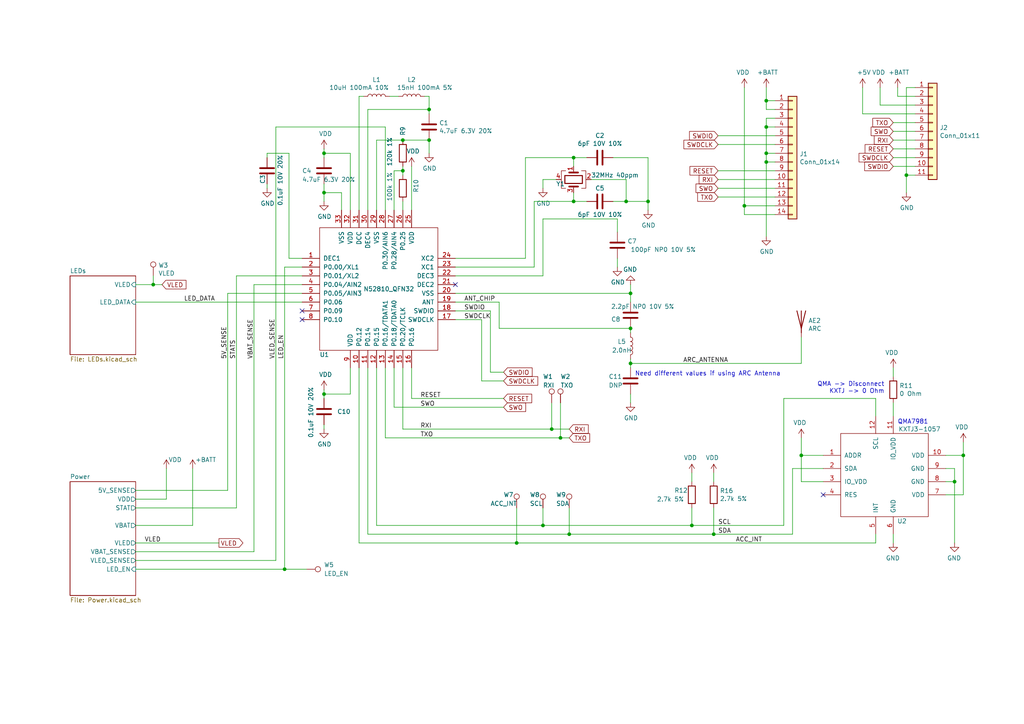
<source format=kicad_sch>
(kicad_sch (version 20211123) (generator eeschema)
  (paper "A4")
  (title_block (title "Pixels D20 Schematic, Main") (date "2021-06-23") (rev "2") (company "Systemic Games, LLC"))
  (lib_symbols
    (symbol "Connector_Generic:Conn_01x11" (pin_names (offset 1.016) hide)
      (property "Reference" "J" (at 0 15.24 0))
      (property "Value" "Conn_01x11" (at 0 -15.24 0))
      (symbol "Conn_01x11_1_1"
        (rectangle (start -1.27 -12.573) (end 0 -12.827) (stroke (width 0.1524)))
        (rectangle (start -1.27 -10.033) (end 0 -10.287) (stroke (width 0.1524)))
        (rectangle (start -1.27 -7.493) (end 0 -7.747) (stroke (width 0.1524)))
        (rectangle (start -1.27 -4.953) (end 0 -5.207) (stroke (width 0.1524)))
        (rectangle (start -1.27 -2.413) (end 0 -2.667) (stroke (width 0.1524)))
        (rectangle (start -1.27 0.127) (end 0 -0.127) (stroke (width 0.1524)))
        (rectangle (start -1.27 2.667) (end 0 2.413) (stroke (width 0.1524)))
        (rectangle (start -1.27 5.207) (end 0 4.953) (stroke (width 0.1524)))
        (rectangle (start -1.27 7.747) (end 0 7.493) (stroke (width 0.1524)))
        (rectangle (start -1.27 10.287) (end 0 10.033) (stroke (width 0.1524)))
        (rectangle (start -1.27 12.827) (end 0 12.573) (stroke (width 0.1524)))
        (rectangle (start -1.27 13.97) (end 1.27 -13.97) (stroke (width 0.254)) (fill (type background)))
        (pin passive line (at -5.08 12.7 0) (length 3.81) (name "Pin_1") (number "1"))
        (pin passive line (at -5.08 -10.16 0) (length 3.81) (name "Pin_10") (number "10"))
        (pin passive line (at -5.08 -12.7 0) (length 3.81) (name "Pin_11") (number "11"))
        (pin passive line (at -5.08 10.16 0) (length 3.81) (name "Pin_2") (number "2"))
        (pin passive line (at -5.08 7.62 0) (length 3.81) (name "Pin_3") (number "3"))
        (pin passive line (at -5.08 5.08 0) (length 3.81) (name "Pin_4") (number "4"))
        (pin passive line (at -5.08 2.54 0) (length 3.81) (name "Pin_5") (number "5"))
        (pin passive line (at -5.08 0 0) (length 3.81) (name "Pin_6") (number "6"))
        (pin passive line (at -5.08 -2.54 0) (length 3.81) (name "Pin_7") (number "7"))
        (pin passive line (at -5.08 -5.08 0) (length 3.81) (name "Pin_8") (number "8"))
        (pin passive line (at -5.08 -7.62 0) (length 3.81) (name "Pin_9") (number "9"))
      )
    )
    (symbol "Connector_Generic:Conn_01x14" (pin_names (offset 1.016) hide)
      (property "Reference" "J" (at 0 17.78 0))
      (property "Value" "Conn_01x14" (at 0 -20.32 0))
      (symbol "Conn_01x14_1_1"
        (rectangle (start -1.27 -17.653) (end 0 -17.907) (stroke (width 0.1524)))
        (rectangle (start -1.27 -15.113) (end 0 -15.367) (stroke (width 0.1524)))
        (rectangle (start -1.27 -12.573) (end 0 -12.827) (stroke (width 0.1524)))
        (rectangle (start -1.27 -10.033) (end 0 -10.287) (stroke (width 0.1524)))
        (rectangle (start -1.27 -7.493) (end 0 -7.747) (stroke (width 0.1524)))
        (rectangle (start -1.27 -4.953) (end 0 -5.207) (stroke (width 0.1524)))
        (rectangle (start -1.27 -2.413) (end 0 -2.667) (stroke (width 0.1524)))
        (rectangle (start -1.27 0.127) (end 0 -0.127) (stroke (width 0.1524)))
        (rectangle (start -1.27 2.667) (end 0 2.413) (stroke (width 0.1524)))
        (rectangle (start -1.27 5.207) (end 0 4.953) (stroke (width 0.1524)))
        (rectangle (start -1.27 7.747) (end 0 7.493) (stroke (width 0.1524)))
        (rectangle (start -1.27 10.287) (end 0 10.033) (stroke (width 0.1524)))
        (rectangle (start -1.27 12.827) (end 0 12.573) (stroke (width 0.1524)))
        (rectangle (start -1.27 15.367) (end 0 15.113) (stroke (width 0.1524)))
        (rectangle (start -1.27 16.51) (end 1.27 -19.05) (stroke (width 0.254)) (fill (type background)))
        (pin passive line (at -5.08 15.24 0) (length 3.81) (name "Pin_1") (number "1"))
        (pin passive line (at -5.08 -7.62 0) (length 3.81) (name "Pin_10") (number "10"))
        (pin passive line (at -5.08 -10.16 0) (length 3.81) (name "Pin_11") (number "11"))
        (pin passive line (at -5.08 -12.7 0) (length 3.81) (name "Pin_12") (number "12"))
        (pin passive line (at -5.08 -15.24 0) (length 3.81) (name "Pin_13") (number "13"))
        (pin passive line (at -5.08 -17.78 0) (length 3.81) (name "Pin_14") (number "14"))
        (pin passive line (at -5.08 12.7 0) (length 3.81) (name "Pin_2") (number "2"))
        (pin passive line (at -5.08 10.16 0) (length 3.81) (name "Pin_3") (number "3"))
        (pin passive line (at -5.08 7.62 0) (length 3.81) (name "Pin_4") (number "4"))
        (pin passive line (at -5.08 5.08 0) (length 3.81) (name "Pin_5") (number "5"))
        (pin passive line (at -5.08 2.54 0) (length 3.81) (name "Pin_6") (number "6"))
        (pin passive line (at -5.08 0 0) (length 3.81) (name "Pin_7") (number "7"))
        (pin passive line (at -5.08 -2.54 0) (length 3.81) (name "Pin_8") (number "8"))
        (pin passive line (at -5.08 -5.08 0) (length 3.81) (name "Pin_9") (number "9"))
      )
    )
    (symbol "Device:Antenna" (pin_numbers hide) (pin_names (offset 1.016) hide)
      (property "Reference" "AE" (at -1.905 1.905 0))
      (property "Value" "Antenna" (at -1.905 0 0))
      (symbol "Antenna_0_1"
        (polyline (pts (xy 0 2.54) (xy 0 -3.81)) (stroke (width 0.254)))
        (polyline (pts (xy 1.27 2.54) (xy 0 -2.54) (xy -1.27 2.54)) (stroke (width 0.254)))
      )
      (symbol "Antenna_1_1"
        (pin input line (at 0 -5.08 90) (length 2.54) (name "A") (number "1"))
      )
    )
    (symbol "Device:C" (pin_numbers hide) (pin_names (offset 0.254))
      (property "Reference" "C" (at 0.635 2.54 0))
      (property "Value" "C" (at 0.635 -2.54 0))
      (symbol "C_0_1"
        (polyline (pts (xy -2.032 -0.762) (xy 2.032 -0.762)) (stroke (width 0.508)))
        (polyline (pts (xy -2.032 0.762) (xy 2.032 0.762)) (stroke (width 0.508)))
      )
      (symbol "C_1_1"
        (pin passive line (at 0 3.81 270) (length 2.794) (name "~") (number "1"))
        (pin passive line (at 0 -3.81 90) (length 2.794) (name "~") (number "2"))
      )
    )
    (symbol "Device:Crystal_GND24" (pin_names (offset 1.016) hide)
      (property "Reference" "Y" (at 3.175 5.08 0))
      (property "Value" "Crystal_GND24" (at 3.175 3.175 0))
      (symbol "Crystal_GND24_0_1"
        (rectangle (start -1.143 2.54) (end 1.143 -2.54) (stroke (width 0.3048)))
        (polyline (pts (xy -2.54 0) (xy -2.032 0)))
        (polyline (pts (xy -2.032 -1.27) (xy -2.032 1.27)) (stroke (width 0.508)))
        (polyline (pts (xy 0 -3.81) (xy 0 -3.556)))
        (polyline (pts (xy 0 3.556) (xy 0 3.81)))
        (polyline (pts (xy 2.032 -1.27) (xy 2.032 1.27)) (stroke (width 0.508)))
        (polyline (pts (xy 2.032 0) (xy 2.54 0)))
        (polyline (pts (xy -2.54 -2.286) (xy -2.54 -3.556) (xy 2.54 -3.556) (xy 2.54 -2.286)))
        (polyline (pts (xy -2.54 2.286) (xy -2.54 3.556) (xy 2.54 3.556) (xy 2.54 2.286)))
      )
      (symbol "Crystal_GND24_1_1"
        (pin passive line (at -3.81 0 0) (length 1.27) (name "1") (number "1"))
        (pin passive line (at 0 5.08 270) (length 1.27) (name "2") (number "2"))
        (pin passive line (at 3.81 0 180) (length 1.27) (name "3") (number "3"))
        (pin passive line (at 0 -5.08 90) (length 1.27) (name "4") (number "4"))
      )
    )
    (symbol "Device:L" (pin_numbers hide) (pin_names (offset 1.016) hide)
      (property "Reference" "L" (at -1.27 0 90))
      (property "Value" "L" (at 1.905 0 90))
      (symbol "L_0_1"
        (arc (start 0 -2.54) (mid 0.635 -1.905) (end 0 -1.27))
        (arc (start 0 -1.27) (mid 0.635 -0.635) (end 0 0))
        (arc (start 0 0) (mid 0.635 0.635) (end 0 1.27))
        (arc (start 0 1.27) (mid 0.635 1.905) (end 0 2.54))
      )
      (symbol "L_1_1"
        (pin passive line (at 0 3.81 270) (length 1.27) (name "1") (number "1"))
        (pin passive line (at 0 -3.81 90) (length 1.27) (name "2") (number "2"))
      )
    )
    (symbol "Device:R" (pin_numbers hide) (pin_names (offset 0))
      (property "Reference" "R" (at 2.032 0 90))
      (property "Value" "R" (at 0 0 90))
      (symbol "R_0_1"
        (rectangle (start -1.016 -2.54) (end 1.016 2.54) (stroke (width 0.254)))
      )
      (symbol "R_1_1"
        (pin passive line (at 0 3.81 270) (length 1.27) (name "~") (number "1"))
        (pin passive line (at 0 -3.81 90) (length 1.27) (name "~") (number "2"))
      )
    )
    (symbol "Pixels-dice:KXTJ3-1057" (pin_names (offset 1.016))
      (property "Reference" "U" (at 10.16 -12.7 0))
      (property "Value" "KXTJ3-1057" (at 8.89 13.97 0))
      (symbol "KXTJ3-1057_0_1"
        (rectangle (start -12.7 12.7) (end 12.7 -11.43))
      )
      (symbol "KXTJ3-1057_1_1"
        (pin input line (at -17.78 6.35 0) (length 5.08) (name "ADDR") (number "1"))
        (pin power_in line (at 17.78 6.35 180) (length 5.08) (name "VDD") (number "10"))
        (pin power_in line (at 2.54 17.78 270) (length 5.08) (name "IO_VDD") (number "11"))
        (pin input line (at -2.54 17.78 270) (length 5.08) (name "SCL") (number "12"))
        (pin bidirectional line (at -17.78 2.54 0) (length 5.08) (name "SDA") (number "2"))
        (pin power_in line (at -17.78 -1.27 0) (length 5.08) (name "IO_VDD") (number "3"))
        (pin passive line (at -17.78 -5.08 0) (length 5.08) (name "RES") (number "4"))
        (pin output line (at -2.54 -16.51 90) (length 5.08) (name "INT") (number "5"))
        (pin power_in line (at 2.54 -16.51 90) (length 5.08) (name "GND") (number "6"))
        (pin power_in line (at 17.78 -5.08 180) (length 5.08) (name "VDD") (number "7"))
        (pin power_in line (at 17.78 -1.27 180) (length 5.08) (name "GND") (number "8"))
        (pin power_in line (at 17.78 2.54 180) (length 5.08) (name "GND") (number "9"))
      )
    )
    (symbol "Pixels-dice:N52810_QFN32" (pin_names (offset 1.016))
      (property "Reference" "U" (at 13.97 -19.05 0))
      (property "Value" "N52810_QFN32" (at 2.54 0 0))
      (symbol "N52810_QFN32_0_1"
        (rectangle (start -17.78 17.78) (end 16.51 -17.78))
      )
      (symbol "N52810_QFN32_1_1"
        (pin power_out line (at -22.86 8.89 0) (length 5.08) (name "DEC1") (number "1"))
        (pin bidirectional line (at -6.35 -22.86 90) (length 5.08) (name "P0.12") (number "10"))
        (pin bidirectional line (at -3.81 -22.86 90) (length 5.08) (name "P0.14") (number "11"))
        (pin bidirectional line (at -1.27 -22.86 90) (length 5.08) (name "P0.15") (number "12"))
        (pin bidirectional line (at 1.27 -22.86 90) (length 5.08) (name "P0.16/TDATA1") (number "13"))
        (pin bidirectional line (at 3.81 -22.86 90) (length 5.08) (name "P0.18/TDATA0") (number "14"))
        (pin bidirectional line (at 6.35 -22.86 90) (length 5.08) (name "P0.20/TCLK") (number "15"))
        (pin bidirectional line (at 8.89 -22.86 90) (length 5.08) (name "P0.16") (number "16"))
        (pin bidirectional line (at 21.59 -8.89 180) (length 5.08) (name "SWDCLK") (number "17"))
        (pin bidirectional line (at 21.59 -6.35 180) (length 5.08) (name "SWDIO") (number "18"))
        (pin output line (at 21.59 -3.81 180) (length 5.08) (name "ANT") (number "19"))
        (pin bidirectional line (at -22.86 6.35 0) (length 5.08) (name "P0.00/XL1") (number "2"))
        (pin output line (at 21.59 -1.27 180) (length 5.08) (name "VSS") (number "20"))
        (pin output line (at 21.59 1.27 180) (length 5.08) (name "DEC2") (number "21"))
        (pin output line (at 21.59 3.81 180) (length 5.08) (name "DEC3") (number "22"))
        (pin output line (at 21.59 6.35 180) (length 5.08) (name "XC1") (number "23"))
        (pin input line (at 21.59 8.89 180) (length 5.08) (name "XC2") (number "24"))
        (pin power_in line (at 8.89 22.86 270) (length 5.08) (name "VDD") (number "25"))
        (pin bidirectional line (at 6.35 22.86 270) (length 5.08) (name "P0.25") (number "26"))
        (pin bidirectional line (at 3.81 22.86 270) (length 5.08) (name "P0.28/AIN4") (number "27"))
        (pin bidirectional line (at 1.27 22.86 270) (length 5.08) (name "P0.30/AIN6") (number "28"))
        (pin power_in line (at -1.27 22.86 270) (length 5.08) (name "VSS") (number "29"))
        (pin bidirectional line (at -22.86 3.81 0) (length 5.08) (name "P0.01/XL2") (number "3"))
        (pin output line (at -3.81 22.86 270) (length 5.08) (name "DEC4") (number "30"))
        (pin output line (at -6.35 22.86 270) (length 5.08) (name "DCC") (number "31"))
        (pin power_in line (at -8.89 22.86 270) (length 5.08) (name "VDD") (number "32"))
        (pin power_in line (at -11.43 22.86 270) (length 5.08) (name "VSS") (number "33"))
        (pin bidirectional line (at -22.86 1.27 0) (length 5.08) (name "P0.04/AIN2") (number "4"))
        (pin bidirectional line (at -22.86 -1.27 0) (length 5.08) (name "P0.05/AIN3") (number "5"))
        (pin bidirectional line (at -22.86 -3.81 0) (length 5.08) (name "P0.06") (number "6"))
        (pin bidirectional line (at -22.86 -6.35 0) (length 5.08) (name "P0.09") (number "7"))
        (pin bidirectional line (at -22.86 -8.89 0) (length 5.08) (name "P0.10") (number "8"))
        (pin power_in line (at -8.89 -22.86 90) (length 5.08) (name "VDD") (number "9"))
      )
    )
    (symbol "Pixels-dice:TEST_1P-conn" (pin_numbers hide) (pin_names (offset 0.762) hide)
      (property "Reference" "W" (at 0 6.858 0))
      (property "Value" "TEST_1P-conn" (at 0 5.08 0))
      (symbol "TEST_1P-conn_0_1"
        (circle (center 0 3.302) (radius 0.762))
      )
      (symbol "TEST_1P-conn_1_1"
        (pin passive line (at 0 0 90) (length 2.54) (name "1") (number "1"))
      )
    )
    (symbol "power:+5V" (power) (pin_names (offset 0))
      (property "Value" "+5V" (at 0 3.556 0))
      (symbol "+5V_0_1"
        (polyline (pts (xy -0.762 1.27) (xy 0 2.54)))
        (polyline (pts (xy 0 0) (xy 0 2.54)))
        (polyline (pts (xy 0 2.54) (xy 0.762 1.27)))
      )
      (symbol "+5V_1_1"
        (pin power_in line (at 0 0 90) (length 0) hide (name "+5V") (number "1"))
      )
    )
    (symbol "power:+BATT" (power) (pin_names (offset 0))
      (property "Value" "+BATT" (at 0 3.556 0))
      (symbol "+BATT_0_1"
        (polyline (pts (xy -0.762 1.27) (xy 0 2.54)))
        (polyline (pts (xy 0 0) (xy 0 2.54)))
        (polyline (pts (xy 0 2.54) (xy 0.762 1.27)))
      )
      (symbol "+BATT_1_1"
        (pin power_in line (at 0 0 90) (length 0) hide (name "+BATT") (number "1"))
      )
    )
    (symbol "power:GND" (power) (pin_names (offset 0))
      (property "Value" "GND" (at 0 -3.81 0))
      (symbol "GND_0_1"
        (polyline (pts (xy 0 0) (xy 0 -1.27) (xy 1.27 -1.27) (xy 0 -2.54) (xy -1.27 -1.27) (xy 0 -1.27)))
      )
      (symbol "GND_1_1"
        (pin power_in line (at 0 0 270) (length 0) hide (name "GND") (number "1"))
      )
    )
    (symbol "power:VDD" (power) (pin_names (offset 0))
      (property "Value" "VDD" (at 0 3.81 0))
      (symbol "VDD_0_1"
        (polyline (pts (xy -0.762 1.27) (xy 0 2.54)))
        (polyline (pts (xy 0 0) (xy 0 2.54)))
        (polyline (pts (xy 0 2.54) (xy 0.762 1.27)))
      )
      (symbol "VDD_1_1"
        (pin power_in line (at 0 0 90) (length 0) hide (name "VDD") (number "1"))
      )
    )
  )
  (junction (at 93.98 114.3))
  (junction (at 182.88 95.25))
  (junction (at 116.84 40.64))
  (junction (at 124.46 31.75))
  (junction (at 207.01 154.94))
  (junction (at 165.1 154.94))
  (junction (at 181.61 58.42))
  (junction (at 44.45 82.55))
  (junction (at 166.37 45.72))
  (junction (at 166.37 58.42))
  (junction (at 182.88 85.09))
  (junction (at 232.41 132.08))
  (junction (at 215.9 59.69))
  (junction (at 187.96 58.42))
  (junction (at 116.84 49.53))
  (junction (at 200.66 152.4))
  (junction (at 182.88 105.41))
  (junction (at 222.25 44.45))
  (junction (at 93.98 55.88))
  (junction (at 162.56 127))
  (junction (at 279.4 132.08))
  (junction (at 222.25 29.21))
  (junction (at 222.25 46.99))
  (junction (at 82.55 165.1))
  (junction (at 124.46 40.64))
  (junction (at 149.86 157.48))
  (junction (at 160.02 124.46))
  (junction (at 276.86 139.7))
  (junction (at 157.48 152.4))
  (junction (at 93.98 44.45))
  (junction (at 222.25 36.83))
  (junction (at 262.89 50.8))
  (no_connect (at 87.63 90.17))
  (no_connect (at 87.63 92.71))
  (no_connect (at 238.76 143.51))
  (no_connect (at 132.08 82.55))
  (wire (pts (xy 222.25 46.99) (xy 222.25 68.58)))
  (wire (pts (xy 279.4 143.51) (xy 274.32 143.51)))
  (wire (pts (xy 106.68 106.68) (xy 106.68 154.94)))
  (wire (pts (xy 254 115.57) (xy 227.33 115.57)))
  (wire (pts (xy 222.25 44.45) (xy 222.25 46.99)))
  (wire (pts (xy 82.55 77.47) (xy 87.63 77.47)))
  (wire (pts (xy 106.68 31.75) (xy 106.68 60.96)))
  (wire (pts (xy 119.38 48.26) (xy 119.38 60.96)))
  (wire (pts (xy 116.84 40.64) (xy 124.46 40.64)))
  (wire (pts (xy 182.88 95.25) (xy 182.88 96.52)))
  (wire (pts (xy 146.05 115.57) (xy 119.38 115.57)))
  (wire (pts (xy 152.4 45.72) (xy 166.37 45.72)))
  (wire (pts (xy 101.6 60.96) (xy 101.6 44.45)))
  (wire (pts (xy 116.84 49.53) (xy 116.84 50.8)))
  (wire (pts (xy 106.68 154.94) (xy 165.1 154.94)))
  (wire (pts (xy 254 120.65) (xy 254 115.57)))
  (wire (pts (xy 179.07 63.5) (xy 179.07 67.31)))
  (wire (pts (xy 165.1 154.94) (xy 207.01 154.94)))
  (wire (pts (xy 166.37 58.42) (xy 170.18 58.42)))
  (wire (pts (xy 55.88 135.89) (xy 55.88 152.4)))
  (wire (pts (xy 116.84 48.26) (xy 116.84 49.53)))
  (wire (pts (xy 229.87 135.89) (xy 229.87 154.94)))
  (wire (pts (xy 166.37 55.88) (xy 166.37 58.42)))
  (wire (pts (xy 224.79 46.99) (xy 222.25 46.99)))
  (wire (pts (xy 259.08 35.56) (xy 265.43 35.56)))
  (wire (pts (xy 154.94 58.42) (xy 166.37 58.42)))
  (wire (pts (xy 119.38 106.68) (xy 119.38 115.57)))
  (wire (pts (xy 222.25 29.21) (xy 222.25 31.75)))
  (wire (pts (xy 232.41 132.08) (xy 238.76 132.08)))
  (wire (pts (xy 208.28 49.53) (xy 224.79 49.53)))
  (wire (pts (xy 250.19 25.4) (xy 250.19 33.02)))
  (wire (pts (xy 262.89 50.8) (xy 265.43 50.8)))
  (wire (pts (xy 224.79 44.45) (xy 222.25 44.45)))
  (wire (pts (xy 101.6 44.45) (xy 93.98 44.45)))
  (wire (pts (xy 142.24 107.95) (xy 146.05 107.95)))
  (wire (pts (xy 208.28 39.37) (xy 224.79 39.37)))
  (wire (pts (xy 222.25 25.4) (xy 222.25 29.21)))
  (wire (pts (xy 77.47 44.45) (xy 77.47 45.72)))
  (wire (pts (xy 166.37 48.26) (xy 166.37 45.72)))
  (wire (pts (xy 232.41 139.7) (xy 232.41 132.08)))
  (wire (pts (xy 207.01 137.16) (xy 207.01 139.7)))
  (wire (pts (xy 181.61 52.07) (xy 181.61 58.42)))
  (wire (pts (xy 259.08 40.64) (xy 265.43 40.64)))
  (wire (pts (xy 82.55 77.47) (xy 82.55 165.1)))
  (wire (pts (xy 116.84 58.42) (xy 116.84 60.96)))
  (wire (pts (xy 109.22 106.68) (xy 109.22 152.4)))
  (wire (pts (xy 139.7 110.49) (xy 146.05 110.49)))
  (wire (pts (xy 93.98 114.3) (xy 93.98 115.57)))
  (wire (pts (xy 111.76 127) (xy 111.76 106.68)))
  (wire (pts (xy 162.56 116.84) (xy 162.56 127)))
  (wire (pts (xy 109.22 152.4) (xy 157.48 152.4)))
  (wire (pts (xy 157.48 152.4) (xy 200.66 152.4)))
  (wire (pts (xy 132.08 85.09) (xy 182.88 85.09)))
  (wire (pts (xy 208.28 52.07) (xy 224.79 52.07)))
  (wire (pts (xy 39.37 157.48) (xy 63.5 157.48)))
  (wire (pts (xy 182.88 82.55) (xy 182.88 85.09)))
  (wire (pts (xy 39.37 160.02) (xy 73.66 160.02)))
  (wire (pts (xy 222.25 36.83) (xy 222.25 44.45)))
  (wire (pts (xy 255.27 25.4) (xy 255.27 30.48)))
  (wire (pts (xy 232.41 105.41) (xy 232.41 97.79)))
  (wire (pts (xy 132.08 77.47) (xy 154.94 77.47)))
  (wire (pts (xy 255.27 30.48) (xy 265.43 30.48)))
  (wire (pts (xy 93.98 55.88) (xy 93.98 58.42)))
  (wire (pts (xy 124.46 31.75) (xy 106.68 31.75)))
  (wire (pts (xy 171.45 52.07) (xy 181.61 52.07)))
  (wire (pts (xy 114.3 106.68) (xy 114.3 118.11)))
  (wire (pts (xy 124.46 31.75) (xy 124.46 33.02)))
  (wire (pts (xy 109.22 40.64) (xy 116.84 40.64)))
  (wire (pts (xy 259.08 116.84) (xy 259.08 120.65)))
  (wire (pts (xy 215.9 25.4) (xy 215.9 59.69)))
  (wire (pts (xy 104.14 60.96) (xy 104.14 27.94)))
  (wire (pts (xy 113.03 27.94) (xy 115.57 27.94)))
  (wire (pts (xy 39.37 152.4) (xy 55.88 152.4)))
  (wire (pts (xy 262.89 25.4) (xy 262.89 50.8)))
  (wire (pts (xy 101.6 114.3) (xy 93.98 114.3)))
  (wire (pts (xy 224.79 59.69) (xy 215.9 59.69)))
  (wire (pts (xy 160.02 116.84) (xy 160.02 124.46)))
  (wire (pts (xy 39.37 142.24) (xy 66.04 142.24)))
  (wire (pts (xy 88.9 165.1) (xy 82.55 165.1)))
  (wire (pts (xy 254 154.94) (xy 254 157.48)))
  (wire (pts (xy 73.66 82.55) (xy 73.66 160.02)))
  (wire (pts (xy 279.4 132.08) (xy 274.32 132.08)))
  (wire (pts (xy 259.08 106.68) (xy 259.08 109.22)))
  (wire (pts (xy 222.25 34.29) (xy 224.79 34.29)))
  (wire (pts (xy 222.25 34.29) (xy 222.25 36.83)))
  (wire (pts (xy 124.46 27.94) (xy 124.46 31.75)))
  (wire (pts (xy 132.08 87.63) (xy 144.78 87.63)))
  (wire (pts (xy 200.66 147.32) (xy 200.66 152.4)))
  (wire (pts (xy 238.76 135.89) (xy 229.87 135.89)))
  (wire (pts (xy 104.14 106.68) (xy 104.14 157.48)))
  (wire (pts (xy 279.4 132.08) (xy 279.4 143.51)))
  (wire (pts (xy 144.78 87.63) (xy 144.78 95.25)))
  (wire (pts (xy 250.19 33.02) (xy 265.43 33.02)))
  (wire (pts (xy 182.88 105.41) (xy 232.41 105.41)))
  (wire (pts (xy 39.37 144.78) (xy 48.26 144.78)))
  (wire (pts (xy 222.25 31.75) (xy 224.79 31.75)))
  (wire (pts (xy 182.88 104.14) (xy 182.88 105.41)))
  (wire (pts (xy 227.33 115.57) (xy 227.33 152.4)))
  (wire (pts (xy 274.32 139.7) (xy 276.86 139.7)))
  (wire (pts (xy 274.32 135.89) (xy 276.86 135.89)))
  (wire (pts (xy 208.28 54.61) (xy 224.79 54.61)))
  (wire (pts (xy 259.08 154.94) (xy 259.08 157.48)))
  (wire (pts (xy 181.61 58.42) (xy 187.96 58.42)))
  (wire (pts (xy 260.35 25.4) (xy 260.35 27.94)))
  (wire (pts (xy 157.48 80.01) (xy 132.08 80.01)))
  (wire (pts (xy 179.07 63.5) (xy 157.48 63.5)))
  (wire (pts (xy 215.9 59.69) (xy 215.9 62.23)))
  (wire (pts (xy 124.46 40.64) (xy 124.46 44.45)))
  (wire (pts (xy 77.47 53.34) (xy 77.47 54.61)))
  (wire (pts (xy 166.37 45.72) (xy 170.18 45.72)))
  (wire (pts (xy 44.45 82.55) (xy 46.99 82.55)))
  (wire (pts (xy 161.29 52.07) (xy 157.48 52.07)))
  (wire (pts (xy 182.88 114.3) (xy 182.88 116.84)))
  (wire (pts (xy 132.08 92.71) (xy 139.7 92.71)))
  (wire (pts (xy 48.26 144.78) (xy 48.26 135.89)))
  (wire (pts (xy 99.06 60.96) (xy 99.06 55.88)))
  (wire (pts (xy 132.08 90.17) (xy 142.24 90.17)))
  (wire (pts (xy 149.86 147.32) (xy 149.86 157.48)))
  (wire (pts (xy 160.02 124.46) (xy 165.1 124.46)))
  (wire (pts (xy 104.14 27.94) (xy 105.41 27.94)))
  (wire (pts (xy 111.76 127) (xy 162.56 127)))
  (wire (pts (xy 157.48 52.07) (xy 157.48 54.61)))
  (wire (pts (xy 44.45 80.01) (xy 44.45 82.55)))
  (wire (pts (xy 259.08 48.26) (xy 265.43 48.26)))
  (wire (pts (xy 208.28 57.15) (xy 224.79 57.15)))
  (wire (pts (xy 80.01 36.83) (xy 80.01 162.56)))
  (wire (pts (xy 177.8 45.72) (xy 187.96 45.72)))
  (wire (pts (xy 215.9 62.23) (xy 224.79 62.23)))
  (wire (pts (xy 109.22 40.64) (xy 109.22 60.96)))
  (wire (pts (xy 66.04 85.09) (xy 66.04 142.24)))
  (wire (pts (xy 144.78 95.25) (xy 182.88 95.25)))
  (wire (pts (xy 114.3 49.53) (xy 116.84 49.53)))
  (wire (pts (xy 207.01 147.32) (xy 207.01 154.94)))
  (wire (pts (xy 82.55 165.1) (xy 39.37 165.1)))
  (wire (pts (xy 182.88 105.41) (xy 182.88 106.68)))
  (wire (pts (xy 93.98 123.19) (xy 93.98 124.46)))
  (wire (pts (xy 265.43 25.4) (xy 262.89 25.4)))
  (wire (pts (xy 101.6 106.68) (xy 101.6 114.3)))
  (wire (pts (xy 111.76 36.83) (xy 111.76 60.96)))
  (wire (pts (xy 114.3 60.96) (xy 114.3 49.53)))
  (wire (pts (xy 222.25 29.21) (xy 224.79 29.21)))
  (wire (pts (xy 200.66 152.4) (xy 227.33 152.4)))
  (wire (pts (xy 73.66 82.55) (xy 87.63 82.55)))
  (wire (pts (xy 39.37 87.63) (xy 87.63 87.63)))
  (wire (pts (xy 83.82 44.45) (xy 77.47 44.45)))
  (wire (pts (xy 200.66 137.16) (xy 200.66 139.7)))
  (wire (pts (xy 83.82 74.93) (xy 83.82 44.45)))
  (wire (pts (xy 262.89 55.88) (xy 262.89 50.8)))
  (wire (pts (xy 224.79 36.83) (xy 222.25 36.83)))
  (wire (pts (xy 104.14 157.48) (xy 149.86 157.48)))
  (wire (pts (xy 93.98 53.34) (xy 93.98 55.88)))
  (wire (pts (xy 146.05 118.11) (xy 114.3 118.11)))
  (wire (pts (xy 182.88 85.09) (xy 182.88 87.63)))
  (wire (pts (xy 139.7 92.71) (xy 139.7 110.49)))
  (wire (pts (xy 116.84 124.46) (xy 160.02 124.46)))
  (wire (pts (xy 149.86 157.48) (xy 254 157.48)))
  (wire (pts (xy 93.98 44.45) (xy 93.98 45.72)))
  (wire (pts (xy 39.37 82.55) (xy 44.45 82.55)))
  (wire (pts (xy 93.98 44.45) (xy 93.98 43.18)))
  (wire (pts (xy 116.84 124.46) (xy 116.84 106.68)))
  (wire (pts (xy 179.07 74.93) (xy 179.07 77.47)))
  (wire (pts (xy 123.19 27.94) (xy 124.46 27.94)))
  (wire (pts (xy 39.37 162.56) (xy 80.01 162.56)))
  (wire (pts (xy 162.56 127) (xy 165.1 127)))
  (wire (pts (xy 279.4 128.27) (xy 279.4 132.08)))
  (wire (pts (xy 259.08 38.1) (xy 265.43 38.1)))
  (wire (pts (xy 260.35 27.94) (xy 265.43 27.94)))
  (wire (pts (xy 157.48 63.5) (xy 157.48 80.01)))
  (wire (pts (xy 87.63 80.01) (xy 68.58 80.01)))
  (wire (pts (xy 276.86 139.7) (xy 276.86 157.48)))
  (wire (pts (xy 187.96 45.72) (xy 187.96 58.42)))
  (wire (pts (xy 177.8 58.42) (xy 181.61 58.42)))
  (wire (pts (xy 154.94 77.47) (xy 154.94 58.42)))
  (wire (pts (xy 187.96 58.42) (xy 187.96 60.96)))
  (wire (pts (xy 80.01 36.83) (xy 111.76 36.83)))
  (wire (pts (xy 142.24 90.17) (xy 142.24 107.95)))
  (wire (pts (xy 87.63 74.93) (xy 83.82 74.93)))
  (wire (pts (xy 259.08 45.72) (xy 265.43 45.72)))
  (wire (pts (xy 66.04 85.09) (xy 87.63 85.09)))
  (wire (pts (xy 132.08 74.93) (xy 152.4 74.93)))
  (wire (pts (xy 39.37 147.32) (xy 68.58 147.32)))
  (wire (pts (xy 157.48 147.32) (xy 157.48 152.4)))
  (wire (pts (xy 232.41 132.08) (xy 232.41 127)))
  (wire (pts (xy 276.86 135.89) (xy 276.86 139.7)))
  (wire (pts (xy 207.01 154.94) (xy 229.87 154.94)))
  (wire (pts (xy 152.4 74.93) (xy 152.4 45.72)))
  (wire (pts (xy 208.28 41.91) (xy 224.79 41.91)))
  (wire (pts (xy 99.06 55.88) (xy 93.98 55.88)))
  (wire (pts (xy 68.58 80.01) (xy 68.58 147.32)))
  (wire (pts (xy 238.76 139.7) (xy 232.41 139.7)))
  (wire (pts (xy 259.08 43.18) (xy 265.43 43.18)))
  (wire (pts (xy 165.1 147.32) (xy 165.1 154.94)))
  (wire (pts (xy 93.98 114.3) (xy 93.98 113.03)))
  (text "QMA -> Disconnect\nKXTJ -> 0 Ohm" (at 256.54 114.3 180) (effects (font (size 1.27 1.27)) (justify right bottom)))
  (text "Need different values if using ARC Antenna" (at 184.15 109.22 0) (effects (font (size 1.27 1.27)) (justify left bottom)))
  (text "QMA7981" (at 260.35 123.19 0) (effects (font (size 1.27 1.27)) (justify left bottom)))
  (label "SDA" (at 208.28 154.94 0))
  (label "TXO" (at 121.92 127 0))
  (label "SWO" (at 121.92 118.11 0))
  (label "SWDCLK" (at 134.62 92.71 0))
  (label "SCL" (at 208.28 152.4 0))
  (label "LED_EN" (at 82.55 104.14 90))
  (label "LED_DATA" (at 53.34 87.63 0))
  (label "VLED_SENSE" (at 80.01 104.14 90))
  (label "ARC_ANTENNA" (at 198.12 105.41 0))
  (label "ANT_CHIP" (at 134.62 87.63 0))
  (label "ACC_INT" (at 213.36 157.48 0))
  (label "RXI" (at 121.92 124.46 0))
  (label "5V_SENSE" (at 66.04 104.14 90))
  (label "VBAT_SENSE" (at 73.66 104.14 90))
  (label "VLED" (at 41.91 157.48 0))
  (label "STATS" (at 68.58 104.14 90))
  (label "SWDIO" (at 134.62 90.17 0))
  (label "RESET" (at 121.92 115.57 0))
  (global_label "VLED" (shape output) (at 63.5 157.48 0) (property "Intersheet References" "${INTERSHEET_REFS}" (effects hide)))
  (global_label "RXI" (shape input) (at 165.1 124.46 0) (property "Intersheet References" "${INTERSHEET_REFS}" (effects hide)))
  (global_label "SWO" (shape input) (at 259.08 38.1 180) (property "Intersheet References" "${INTERSHEET_REFS}" (effects hide)))
  (global_label "RESET" (shape input) (at 208.28 49.53 180) (property "Intersheet References" "${INTERSHEET_REFS}" (effects hide)))
  (global_label "RESET" (shape input) (at 259.08 43.18 180) (property "Intersheet References" "${INTERSHEET_REFS}" (effects hide)))
  (global_label "SWDIO" (shape input) (at 259.08 48.26 180) (property "Intersheet References" "${INTERSHEET_REFS}" (effects hide)))
  (global_label "SWO" (shape input) (at 146.05 118.11 0) (property "Intersheet References" "${INTERSHEET_REFS}" (effects hide)))
  (global_label "SWDCLK" (shape input) (at 146.05 110.49 0) (property "Intersheet References" "${INTERSHEET_REFS}" (effects hide)))
  (global_label "VLED" (shape input) (at 46.99 82.55 0) (property "Intersheet References" "${INTERSHEET_REFS}" (effects hide)))
  (global_label "SWDIO" (shape input) (at 208.28 39.37 180) (property "Intersheet References" "${INTERSHEET_REFS}" (effects hide)))
  (global_label "SWDCLK" (shape input) (at 259.08 45.72 180) (property "Intersheet References" "${INTERSHEET_REFS}" (effects hide)))
  (global_label "RESET" (shape input) (at 146.05 115.57 0) (property "Intersheet References" "${INTERSHEET_REFS}" (effects hide)))
  (global_label "RXI" (shape input) (at 208.28 52.07 180) (property "Intersheet References" "${INTERSHEET_REFS}" (effects hide)))
  (global_label "TXO" (shape input) (at 259.08 35.56 180) (property "Intersheet References" "${INTERSHEET_REFS}" (effects hide)))
  (global_label "RXI" (shape input) (at 259.08 40.64 180) (property "Intersheet References" "${INTERSHEET_REFS}" (effects hide)))
  (global_label "SWDCLK" (shape input) (at 208.28 41.91 180) (property "Intersheet References" "${INTERSHEET_REFS}" (effects hide)))
  (global_label "SWDIO" (shape input) (at 146.05 107.95 0) (property "Intersheet References" "${INTERSHEET_REFS}" (effects hide)))
  (global_label "SWO" (shape input) (at 208.28 54.61 180) (property "Intersheet References" "${INTERSHEET_REFS}" (effects hide)))
  (global_label "TXO" (shape input) (at 208.28 57.15 180) (property "Intersheet References" "${INTERSHEET_REFS}" (effects hide)))
  (global_label "TXO" (shape input) (at 165.1 127 0) (property "Intersheet References" "${INTERSHEET_REFS}" (effects hide)))
  (symbol (lib_id "power:GND") (at 93.98 124.46 0) (unit 1)
    (property "Reference" "#PWR016" (effects hide))
    (property "Value" "GND" (at 94.107 128.8542 0))
  )
  (symbol (lib_id "power:VDD") (at 93.98 113.03 0) (unit 1)
    (property "Reference" "#PWR014" (effects hide))
    (property "Value" "VDD" (at 94.4118 108.6358 0))
  )
  (symbol (lib_id "Device:C") (at 93.98 119.38 0) (unit 1)
    (property "Reference" "C10" (at 97.79 119.38 0) (effects (justify left)))
    (property "Value" "0.1uF 10V 20%" (at 90.17 127 90) (effects (justify left)))
    (property "Footprint" "Capacitor_SMD:C_0402_1005Metric" (effects hide))
    (property "Generic OK" "YES" (effects hide))
    (property "Pixels Part Number" "SMD-C005" (effects hide))
    (property "Manufacturer" "Murata" (effects hide))
    (property "Manufacturer Part Number" "GRM155R61H104KE19D" (effects hide))
  )
  (symbol (lib_id "power:GND") (at 93.98 58.42 0) (unit 1)
    (property "Reference" "#PWR08" (effects hide))
    (property "Value" "GND" (at 94.107 62.8142 0))
  )
  (symbol (lib_id "power:VDD") (at 93.98 43.18 0) (unit 1)
    (property "Reference" "#PWR01" (effects hide))
    (property "Value" "VDD" (at 94.4118 38.7858 0))
  )
  (symbol (lib_id "Device:C") (at 93.98 49.53 0) (unit 1)
    (property "Reference" "C4" (at 87.63 49.53 0) (effects (justify left)))
    (property "Value" "4.7uF 6.3V 20%" (at 87.63 52.07 0) (effects (justify left)))
    (property "Footprint" "Capacitor_SMD:C_0402_1005Metric" (effects hide))
    (property "Generic OK" "YES" (effects hide))
    (property "Pixels Part Number" "SMD-C002" (effects hide))
    (property "Manufacturer" "Murata" (effects hide))
    (property "Manufacturer Part Number" "GRM155R60J475ME87D" (effects hide))
  )
  (symbol (lib_id "power:GND") (at 77.47 54.61 0) (unit 1)
    (property "Reference" "#PWR05" (effects hide))
    (property "Value" "GND" (at 77.597 59.0042 0))
  )
  (symbol (lib_id "Device:C") (at 77.47 49.53 0) (unit 1)
    (property "Reference" "C3" (at 76.2 53.34 90) (effects (justify left)))
    (property "Value" "0.1uF 10V 20%" (at 81.28 59.69 90) (effects (justify left)))
    (property "Footprint" "Capacitor_SMD:C_0402_1005Metric" (effects hide))
    (property "Generic OK" "YES" (effects hide))
    (property "Pixels Part Number" "SMD-C005" (effects hide))
    (property "Manufacturer" "Murata" (effects hide))
    (property "Manufacturer Part Number" "GRM155R61H104KE19D" (effects hide))
  )
  (symbol (lib_id "Device:L") (at 109.22 27.94 90) (unit 1)
    (property "Reference" "L1" (at 109.22 23.114 90))
    (property "Value" "10uH 100mA 10%" (at 104.14 25.4 90))
    (property "Footprint" "Inductor_SMD:L_0805_2012Metric" (effects hide))
    (property "Generic OK" "YES" (effects hide))
    (property "Pixels Part Number" "SMD-L001" (effects hide))
    (property "Manufacturer" "Taiyo Yuden" (effects hide))
    (property "Manufacturer Part Number" "LBR2012T100K" (effects hide))
  )
  (symbol (lib_id "Device:L") (at 119.38 27.94 90) (unit 1)
    (property "Reference" "L2" (at 119.38 23.114 90))
    (property "Value" "15nH 100mA 5%" (at 123.19 25.4 90))
    (property "Footprint" "Inductor_SMD:L_0402_1005Metric" (effects hide))
    (property "Generic OK" "YES" (effects hide))
    (property "Pixels Part Number" "SMD-L002" (effects hide))
    (property "Manufacturer" "Taiyo Yuden" (effects hide))
    (property "Manufacturer Part Number" "HK100515NJ-T" (effects hide))
  )
  (symbol (lib_id "Device:C") (at 124.46 36.83 0) (unit 1)
    (property "Reference" "C1" (at 127.381 35.6616 0) (effects (justify left)))
    (property "Value" "4.7uF 6.3V 20%" (at 127.381 37.973 0) (effects (justify left)))
    (property "Footprint" "Capacitor_SMD:C_0402_1005Metric" (effects hide))
    (property "Generic OK" "YES" (effects hide))
    (property "Pixels Part Number" "SMD-C002" (effects hide))
    (property "Manufacturer" "Murata" (effects hide))
    (property "Manufacturer Part Number" "GRM155R60J475ME87D" (effects hide))
  )
  (symbol (lib_id "power:GND") (at 124.46 44.45 0) (unit 1)
    (property "Reference" "#PWR03" (effects hide))
    (property "Value" "GND" (at 124.587 48.8442 0))
  )
  (symbol (lib_id "Device:Crystal_GND24") (at 166.37 52.07 270) (unit 1)
    (property "Reference" "Y1" (at 161.29 53.34 90) (effects (justify left)))
    (property "Value" "32MHz 40ppm" (at 171.45 50.8 90) (effects (justify left)))
    (property "Footprint" "Pixels-dice:Crystal_SMD_2016-4Pin_2.0x1.6mm" (effects hide))
    (property "Generic OK" "YES" (effects hide))
    (property "Manufacturer" "Murata" (effects hide))
    (property "Manufacturer Part Number" "XRCGB32M000F2P00R0" (effects hide))
    (property "Pixels Part Number" "SMD-Y001" (effects hide))
  )
  (symbol (lib_id "Device:C") (at 173.99 45.72 270) (unit 1)
    (property "Reference" "C2" (at 173.99 39.3192 90))
    (property "Value" "6pF 10V 10%" (at 173.99 41.6306 90))
    (property "Footprint" "Capacitor_SMD:C_0402_1005Metric" (effects hide))
    (property "Generic OK" "YES" (effects hide))
    (property "Pixels Part Number" "SMD-C001" (effects hide))
    (property "Manufacturer" "Murata" (effects hide))
    (property "Manufacturer Part Number" "GCM1555C1H6R0DA16D" (effects hide))
  )
  (symbol (lib_id "Device:C") (at 173.99 58.42 270) (unit 1)
    (property "Reference" "C5" (at 173.99 54.61 90))
    (property "Value" "6pF 10V 10%" (at 173.99 62.23 90))
    (property "Footprint" "Capacitor_SMD:C_0402_1005Metric" (effects hide))
    (property "Generic OK" "YES" (effects hide))
    (property "Pixels Part Number" "SMD-C001" (effects hide))
    (property "Manufacturer" "Murata" (effects hide))
    (property "Manufacturer Part Number" "GCM1555C1H6R0DA16D" (effects hide))
  )
  (symbol (lib_id "power:GND") (at 187.96 60.96 0) (unit 1)
    (property "Reference" "#PWR09" (effects hide))
    (property "Value" "GND" (at 188.087 65.3542 0))
  )
  (symbol (lib_id "power:GND") (at 179.07 77.47 0) (unit 1)
    (property "Reference" "#PWR011" (effects hide))
    (property "Value" "GND" (at 179.197 81.8642 0))
  )
  (symbol (lib_id "Device:C") (at 179.07 71.12 0) (unit 1)
    (property "Reference" "C7" (at 181.991 69.9516 0) (effects (justify left)))
    (property "Value" "100pF NP0 10V 5%" (at 182.88 72.39 0) (effects (justify left)))
    (property "Footprint" "Capacitor_SMD:C_0402_1005Metric" (effects hide))
    (property "Generic OK" "YES" (effects hide))
    (property "Pixels Part Number" "SMD-C003" (effects hide))
    (property "Manufacturer" "Kemet" (effects hide))
    (property "Manufacturer Part Number" "C0402C101J5GAC7411" (effects hide))
  )
  (symbol (lib_id "Device:C") (at 182.88 91.44 180) (unit 1)
    (property "Reference" "C8" (at 179.959 92.6084 0) (effects (justify left)))
    (property "Value" "2.2pF NP0 10V 5%" (at 195.58 88.9 0) (effects (justify left)))
    (property "Footprint" "Capacitor_SMD:C_0402_1005Metric" (effects hide))
    (property "Generic OK" "YES" (effects hide))
    (property "Pixels Part Number" "SMD-C004" (effects hide))
  )
  (symbol (lib_id "power:GND") (at 182.88 82.55 180) (unit 1)
    (property "Reference" "#PWR012" (effects hide))
    (property "Value" "GND" (at 182.753 78.1558 0))
  )
  (symbol (lib_id "power:GND") (at 157.48 54.61 0) (unit 1)
    (property "Reference" "#PWR06" (effects hide))
    (property "Value" "GND" (at 157.607 59.0042 0))
  )
  (symbol (lib_id "power:VDD") (at 48.26 135.89 0) (unit 1)
    (property "Reference" "#PWR021" (effects hide))
    (property "Value" "VDD" (at 50.8 133.35 0))
  )
  (symbol (lib_id "Pixels-dice:TEST_1P-conn") (at 44.45 80.01 0) (unit 1)
    (property "Reference" "W3" (at 45.9232 76.962 0) (effects (justify left)))
    (property "Value" "VLED" (at 45.9232 79.2734 0) (effects (justify left)))
    (property "Footprint" "Pixels-dice:TEST_PIN" (effects hide))
  )
  (symbol (lib_id "Pixels-dice:TEST_1P-conn") (at 160.02 116.84 0) (unit 1)
    (property "Reference" "W1" (at 157.48 109.22 0) (effects (justify left)))
    (property "Value" "RXI" (at 157.48 111.76 0) (effects (justify left)))
    (property "Footprint" "Pixels-dice:TEST_PIN" (effects hide))
  )
  (symbol (lib_id "Pixels-dice:TEST_1P-conn") (at 162.56 116.84 0) (unit 1)
    (property "Reference" "W2" (at 162.56 109.22 0) (effects (justify left)))
    (property "Value" "TXO" (at 162.56 111.76 0) (effects (justify left)))
    (property "Footprint" "Pixels-dice:TEST_PIN" (effects hide))
  )
  (symbol (lib_id "Pixels-dice:TEST_1P-conn") (at 88.9 165.1 270) (unit 1)
    (property "Reference" "W5" (at 93.98 163.83 90) (effects (justify left)))
    (property "Value" "LED_EN" (at 93.98 166.37 90) (effects (justify left)))
    (property "Footprint" "Pixels-dice:TEST_PIN" (effects hide))
  )
  (symbol (lib_id "Pixels-dice:TEST_1P-conn") (at 149.86 147.32 0) (unit 1)
    (property "Reference" "W7" (at 146.05 143.51 0) (effects (justify left)))
    (property "Value" "ACC_INT" (at 142.24 146.05 0) (effects (justify left)))
    (property "Footprint" "Pixels-dice:TEST_PIN" (effects hide))
  )
  (symbol (lib_id "Pixels-dice:TEST_1P-conn") (at 157.48 147.32 0) (unit 1)
    (property "Reference" "W8" (at 153.67 143.51 0) (effects (justify left)))
    (property "Value" "SCL" (at 153.67 146.05 0) (effects (justify left)))
    (property "Footprint" "Pixels-dice:TEST_PIN" (effects hide))
  )
  (symbol (lib_id "Pixels-dice:TEST_1P-conn") (at 165.1 147.32 0) (unit 1)
    (property "Reference" "W9" (at 161.29 143.51 0) (effects (justify left)))
    (property "Value" "SDA" (at 161.29 146.05 0) (effects (justify left)))
    (property "Footprint" "Pixels-dice:TEST_PIN" (effects hide))
  )
  (symbol (lib_id "Pixels-dice:N52810_QFN32") (at 110.49 83.82 0) (unit 1)
    (property "Reference" "U1" (at 92.71 102.87 0) (effects (justify left)))
    (property "Value" "N52810_QFN32" (at 105.41 83.82 0) (effects (justify left)))
    (property "Footprint" "Package_DFN_QFN:QFN-32-1EP_5x5mm_P0.5mm_EP3.1x3.1mm" (effects hide))
    (property "Generic OK" "NO" (effects hide))
    (property "Manufacturer" "Nordic Semiconductor" (effects hide))
    (property "Manufacturer Part Number" "NRF52810-QCAA-R" (effects hide))
    (property "Pixels Part Number" "SMD-U001" (effects hide))
  )
  (symbol (lib_id "power:VDD") (at 119.38 48.26 0) (unit 1)
    (property "Reference" "#PWR04" (effects hide))
    (property "Value" "VDD" (at 119.8118 43.8658 0))
  )
  (symbol (lib_id "Connector_Generic:Conn_01x14") (at 229.87 44.45 0) (unit 1)
    (property "Reference" "J1" (at 231.902 44.6532 0) (effects (justify left)))
    (property "Value" "Conn_01x14" (at 231.902 46.9646 0) (effects (justify left)))
    (property "Footprint" "Pixels-dice:FPC_14" (effects hide))
  )
  (symbol (lib_id "power:+BATT") (at 222.25 25.4 0) (unit 1)
    (property "Reference" "#PWR07" (effects hide))
    (property "Value" "+BATT" (at 222.631 21.0058 0))
  )
  (symbol (lib_id "power:VDD") (at 215.9 25.4 0) (mirror y) (unit 1)
    (property "Reference" "#PWR02" (effects hide))
    (property "Value" "VDD" (at 215.4682 21.0058 0))
  )
  (symbol (lib_id "power:GND") (at 222.25 68.58 0) (unit 1)
    (property "Reference" "#PWR013" (effects hide))
    (property "Value" "GND" (at 222.377 72.9742 0))
  )
  (symbol (lib_id "Device:R") (at 116.84 54.61 0) (unit 1)
    (property "Reference" "R10" (at 120.65 55.88 90) (effects (justify left)))
    (property "Value" "100k 1%" (at 113.03 58.42 90) (effects (justify left)))
    (property "Footprint" "Resistor_SMD:R_0402_1005Metric" (effects hide))
    (property "Generic OK" "YES" (effects hide))
    (property "Pixels Part Number" "SMD-R006" (effects hide))
    (property "Manufacturer" "Vishay" (effects hide))
    (property "Manufacturer Part Number" "CRCW0402100KFKEDC" (effects hide))
  )
  (symbol (lib_id "Device:R") (at 116.84 44.45 0) (unit 1)
    (property "Reference" "R9" (at 116.84 39.37 90) (effects (justify left)))
    (property "Value" "120k 1%" (at 113.03 48.26 90) (effects (justify left)))
    (property "Footprint" "Resistor_SMD:R_0402_1005Metric" (effects hide))
    (property "Generic OK" "YES" (effects hide))
    (property "Pixels Part Number" "SMD-R006" (effects hide))
    (property "Manufacturer" "Vishay" (effects hide))
    (property "Manufacturer Part Number" "CRCW0402100KFKEDC" (effects hide))
  )
  (symbol (lib_id "Connector_Generic:Conn_01x11") (at 270.51 38.1 0) (unit 1)
    (property "Reference" "J2" (at 272.542 37.0332 0) (effects (justify left)))
    (property "Value" "Conn_01x11" (at 272.542 39.3446 0) (effects (justify left)))
    (property "Footprint" "Pixels-dice:FPC-POGO-11" (effects hide))
  )
  (symbol (lib_id "power:+BATT") (at 260.35 25.4 0) (unit 1)
    (property "Reference" "#PWR022" (effects hide))
    (property "Value" "+BATT" (at 260.731 21.0058 0))
  )
  (symbol (lib_id "power:VDD") (at 255.27 25.4 0) (mirror y) (unit 1)
    (property "Reference" "#PWR018" (effects hide))
    (property "Value" "VDD" (at 254.8382 21.0058 0))
  )
  (symbol (lib_id "power:GND") (at 262.89 55.88 0) (unit 1)
    (property "Reference" "#PWR024" (effects hide))
    (property "Value" "GND" (at 263.017 60.2742 0))
  )
  (symbol (lib_id "power:+5V") (at 250.19 25.4 0) (unit 1)
    (property "Reference" "#PWR017" (effects hide))
    (property "Value" "+5V" (at 250.571 21.0058 0))
  )
  (symbol (lib_id "Device:L") (at 182.88 100.33 0) (unit 1)
    (property "Reference" "L5" (at 180.34 99.06 0))
    (property "Value" "2.0nH" (at 180.34 101.6 0))
    (property "Footprint" "Inductor_SMD:L_0402_1005Metric" (effects hide))
    (property "Generic OK" "YES" (effects hide))
  )
  (symbol (lib_id "Device:C") (at 182.88 110.49 0) (unit 1)
    (property "Reference" "C11" (at 176.53 109.22 0) (effects (justify left)))
    (property "Value" "DNP" (at 176.53 111.76 0) (effects (justify left)))
    (property "Footprint" "Capacitor_SMD:C_0402_1005Metric" (effects hide))
    (property "Generic OK" "YES" (effects hide))
  )
  (symbol (lib_id "Device:Antenna") (at 232.41 92.71 0) (unit 1)
    (property "Reference" "AE2" (at 234.442 92.9894 0) (effects (justify left)))
    (property "Value" "ARC" (at 234.442 95.3008 0) (effects (justify left)))
    (property "Footprint" "Pixels-dice:ARC_Antenna" (effects hide))
  )
  (symbol (lib_id "power:GND") (at 182.88 116.84 0) (unit 1)
    (property "Reference" "#PWR049" (effects hide))
    (property "Value" "GND" (at 183.007 121.2342 0))
  )
  (symbol (lib_id "Device:R") (at 200.66 143.51 0) (unit 1)
    (property "Reference" "R12" (at 195.58 142.24 0) (effects (justify left)))
    (property "Value" "2.7k 5%" (at 190.5 144.78 0) (effects (justify left)))
    (property "Footprint" "Resistor_SMD:R_0402_1005Metric" (effects hide))
    (property "Generic OK" "YES" (effects hide))
    (property "Manufacturer" "Yageo" (effects hide))
    (property "Manufacturer Part Number" "RC0402JR-072K7L" (effects hide))
    (property "Pixels Part Number" "SMD-R021" (effects hide))
  )
  (symbol (lib_id "Device:R") (at 207.01 143.51 0) (unit 1)
    (property "Reference" "R16" (at 208.788 142.3416 0) (effects (justify left)))
    (property "Value" "2.7k 5%" (at 208.788 144.653 0) (effects (justify left)))
    (property "Footprint" "Resistor_SMD:R_0402_1005Metric" (effects hide))
    (property "Generic OK" "YES" (effects hide))
    (property "Manufacturer" "Yageo" (effects hide))
    (property "Manufacturer Part Number" "RC0402JR-072K7L" (effects hide))
    (property "Pixels Part Number" "SMD-R021" (effects hide))
  )
  (symbol (lib_id "power:VDD") (at 207.01 137.16 0) (mirror y) (unit 1)
    (property "Reference" "#PWR046" (effects hide))
    (property "Value" "VDD" (at 206.5782 132.7658 0))
  )
  (symbol (lib_id "power:VDD") (at 200.66 137.16 0) (mirror y) (unit 1)
    (property "Reference" "#PWR045" (effects hide))
    (property "Value" "VDD" (at 200.2282 132.7658 0))
  )
  (symbol (lib_id "Pixels-dice:KXTJ3-1057") (at 256.54 138.43 0) (unit 1)
    (property "Reference" "U2" (at 261.62 151.13 0))
    (property "Value" "KXTJ3-1057" (at 266.7 124.46 0))
    (property "Footprint" "Package_LGA:LGA-12_2x2mm_P0.5mm" (effects hide))
    (property "Manufacturer" "Kionix" (effects hide))
    (property "Manufacturer Part Number" "KXTJ3-1057" (effects hide))
    (property "Pixels Part Number" "SMD-U002-ALT1" (effects hide))
  )
  (symbol (lib_id "Device:R") (at 259.08 113.03 180) (unit 1)
    (property "Reference" "R11" (at 260.858 111.8616 0) (effects (justify right)))
    (property "Value" "0 Ohm" (at 260.858 114.173 0) (effects (justify right)))
    (property "Footprint" "Resistor_SMD:R_0402_1005Metric" (effects hide))
    (property "Manufacturer" "Yageo" (effects hide))
    (property "Manufacturer Part Number" "AC0402FR-070RL" (effects hide))
    (property "Pixels Part Number" "SMD-R020" (effects hide))
  )
  (symbol (lib_id "power:VDD") (at 279.4 128.27 0) (mirror y) (unit 1)
    (property "Reference" "#PWR037" (effects hide))
    (property "Value" "VDD" (at 278.9682 123.8758 0))
  )
  (symbol (lib_id "power:GND") (at 259.08 157.48 0) (mirror y) (unit 1)
    (property "Reference" "#PWR047" (effects hide))
    (property "Value" "GND" (at 258.953 161.8742 0))
  )
  (symbol (lib_id "power:GND") (at 276.86 157.48 0) (mirror y) (unit 1)
    (property "Reference" "#PWR048" (effects hide))
    (property "Value" "GND" (at 276.733 161.8742 0))
  )
  (symbol (lib_id "power:VDD") (at 259.08 106.68 0) (mirror y) (unit 1)
    (property "Reference" "#PWR015" (effects hide))
    (property "Value" "VDD" (at 258.6482 102.2858 0))
  )
  (symbol (lib_id "power:VDD") (at 232.41 127 0) (mirror y) (unit 1)
    (property "Reference" "#PWR023" (effects hide))
    (property "Value" "VDD" (at 231.9782 122.6058 0))
  )
  (symbol (lib_id "power:+BATT") (at 55.88 135.89 0) (unit 1)
    (property "Reference" "#PWR0113" (effects hide))
    (property "Value" "+BATT" (at 59.69 133.35 0))
  )
  (sheet (at 20.32 139.7) (size 19.05 33.02)
    (property "Sheet name" "Power" (at 20.32 138.9884 0) (effects (justify left bottom)))
    (property "Sheet file" "Power.kicad_sch" (at 20.32 173.3046 0) (effects (justify left top)))
    (pin "VDD" output (at 39.37 144.78 0))
    (pin "VLED" output (at 39.37 157.48 0))
    (pin "LED_EN" input (at 39.37 165.1 0))
    (pin "5V_SENSE" output (at 39.37 142.24 0))
    (pin "VBAT_SENSE" output (at 39.37 160.02 0))
    (pin "VLED_SENSE" output (at 39.37 162.56 0))
    (pin "STAT" output (at 39.37 147.32 0))
    (pin "VBAT" output (at 39.37 152.4 0))
  )
  (sheet (at 20.32 80.01) (size 19.05 22.86)
    (property "Sheet name" "LEDs" (at 20.32 79.2984 0) (effects (justify left bottom)))
    (property "Sheet file" "LEDs.kicad_sch" (at 20.32 103.4546 0) (effects (justify left top)))
    (pin "VLED" input (at 39.37 82.55 0))
    (pin "LED_DATA" input (at 39.37 87.63 0))
  )
)
</source>
